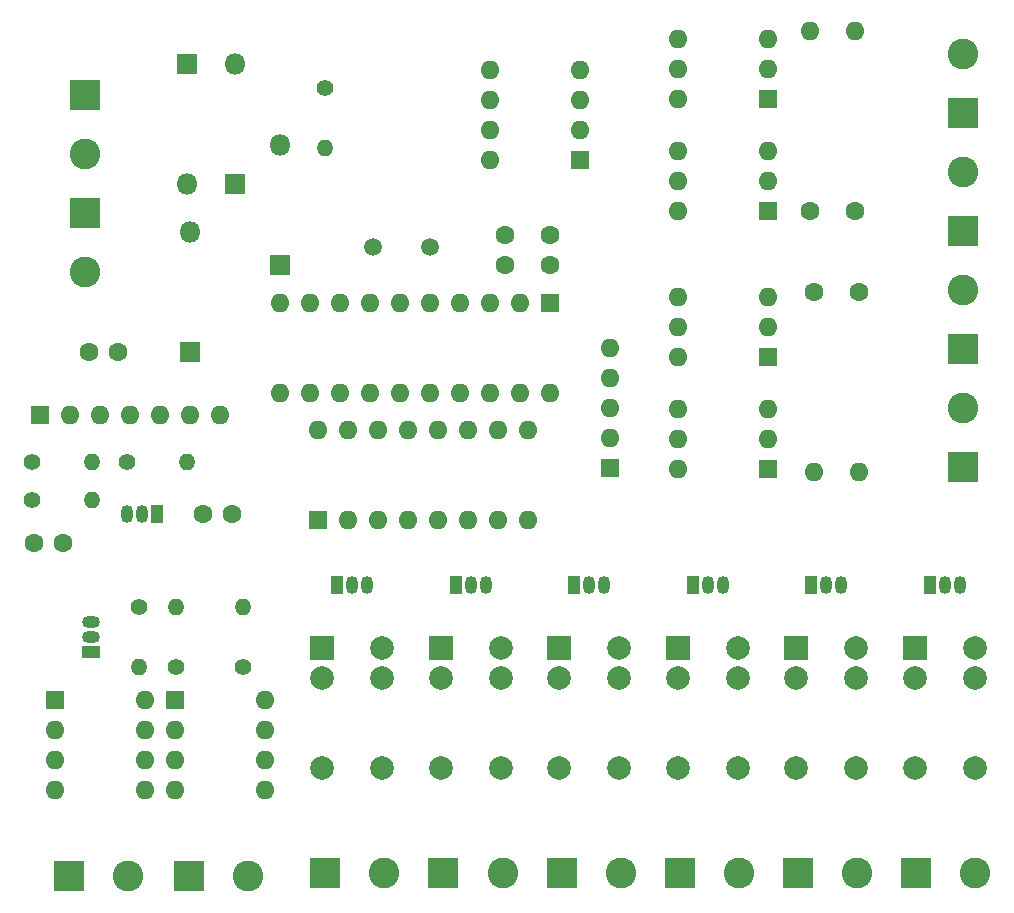
<source format=gbr>
%TF.GenerationSoftware,KiCad,Pcbnew,6.0.7*%
%TF.CreationDate,2022-09-29T13:58:53+02:00*%
%TF.ProjectId,HP_device,48505f64-6576-4696-9365-2e6b69636164,rev?*%
%TF.SameCoordinates,Original*%
%TF.FileFunction,Soldermask,Top*%
%TF.FilePolarity,Negative*%
%FSLAX46Y46*%
G04 Gerber Fmt 4.6, Leading zero omitted, Abs format (unit mm)*
G04 Created by KiCad (PCBNEW 6.0.7) date 2022-09-29 13:58:53*
%MOMM*%
%LPD*%
G01*
G04 APERTURE LIST*
%ADD10R,1.600000X1.600000*%
%ADD11O,1.600000X1.600000*%
%ADD12C,1.600000*%
%ADD13O,1.800000X1.800000*%
%ADD14R,1.800000X1.800000*%
%ADD15C,2.600000*%
%ADD16R,2.600000X2.600000*%
%ADD17O,1.400000X1.400000*%
%ADD18C,1.400000*%
%ADD19R,2.000000X2.000000*%
%ADD20C,2.000000*%
%ADD21R,1.500000X1.050000*%
%ADD22O,1.500000X1.050000*%
%ADD23O,1.050000X1.500000*%
%ADD24R,1.050000X1.500000*%
%ADD25C,1.500000*%
G04 APERTURE END LIST*
D10*
%TO.C,U7*%
X89535000Y-61722000D03*
D11*
X89535000Y-59182000D03*
X89535000Y-56642000D03*
X81915000Y-56642000D03*
X81915000Y-59182000D03*
X81915000Y-61722000D03*
%TD*%
D12*
%TO.C,C3*%
X32044000Y-51816000D03*
X34544000Y-51816000D03*
%TD*%
D13*
%TO.C,D1*%
X40640000Y-41656000D03*
D14*
X40640000Y-51816000D03*
%TD*%
D13*
%TO.C,D2*%
X40386000Y-37592000D03*
D14*
X40386000Y-27432000D03*
%TD*%
D13*
%TO.C,D3*%
X48260000Y-34290000D03*
D14*
X48260000Y-44450000D03*
%TD*%
D15*
%TO.C,J1*%
X31750000Y-35000000D03*
D16*
X31750000Y-30000000D03*
%TD*%
D15*
%TO.C,J2*%
X31750000Y-45000000D03*
D16*
X31750000Y-40000000D03*
%TD*%
D11*
%TO.C,U5*%
X66040000Y-35560000D03*
X66040000Y-33020000D03*
X66040000Y-30480000D03*
X66040000Y-27940000D03*
X73660000Y-27940000D03*
X73660000Y-30480000D03*
X73660000Y-33020000D03*
D10*
X73660000Y-35560000D03*
%TD*%
D17*
%TO.C,R8*%
X52070000Y-34544000D03*
D18*
X52070000Y-29464000D03*
%TD*%
D13*
%TO.C,D4*%
X44450000Y-27432000D03*
D14*
X44450000Y-37592000D03*
%TD*%
D12*
%TO.C,C1*%
X67310000Y-44410000D03*
X67310000Y-41910000D03*
%TD*%
%TO.C,C2*%
X71120000Y-44410000D03*
X71120000Y-41910000D03*
%TD*%
D15*
%TO.C,J3*%
X106045000Y-46515000D03*
D16*
X106045000Y-51515000D03*
%TD*%
D15*
%TO.C,J4*%
X106045000Y-56515000D03*
D16*
X106045000Y-61515000D03*
%TD*%
D15*
%TO.C,J5*%
X106045000Y-36515000D03*
D16*
X106045000Y-41515000D03*
%TD*%
D15*
%TO.C,J6*%
X106045000Y-26515000D03*
D16*
X106045000Y-31515000D03*
%TD*%
%TO.C,J7*%
X30395000Y-96135000D03*
D15*
X35395000Y-96135000D03*
%TD*%
D16*
%TO.C,J8*%
X40555000Y-96135000D03*
D15*
X45555000Y-96135000D03*
%TD*%
D16*
%TO.C,J9*%
X52070000Y-95885000D03*
D15*
X57070000Y-95885000D03*
%TD*%
D16*
%TO.C,J10*%
X62070000Y-95885000D03*
D15*
X67070000Y-95885000D03*
%TD*%
D16*
%TO.C,J11*%
X72070000Y-95885000D03*
D15*
X77070000Y-95885000D03*
%TD*%
D16*
%TO.C,J12*%
X82070000Y-95885000D03*
D15*
X87070000Y-95885000D03*
%TD*%
D16*
%TO.C,J13*%
X92070000Y-95885000D03*
D15*
X97070000Y-95885000D03*
%TD*%
D16*
%TO.C,J14*%
X102070000Y-95885000D03*
D15*
X107070000Y-95885000D03*
%TD*%
D19*
%TO.C,K1*%
X51825000Y-76835000D03*
D20*
X51825000Y-79375000D03*
X51825000Y-86995000D03*
X56905000Y-86995000D03*
X56905000Y-79375000D03*
X56905000Y-76835000D03*
%TD*%
D19*
%TO.C,K2*%
X61858000Y-76835000D03*
D20*
X61858000Y-79375000D03*
X61858000Y-86995000D03*
X66938000Y-86995000D03*
X66938000Y-79375000D03*
X66938000Y-76835000D03*
%TD*%
D19*
%TO.C,K3*%
X71891000Y-76835000D03*
D20*
X71891000Y-79375000D03*
X71891000Y-86995000D03*
X76971000Y-86995000D03*
X76971000Y-79375000D03*
X76971000Y-76835000D03*
%TD*%
D19*
%TO.C,K4*%
X81924000Y-76835000D03*
D20*
X81924000Y-79375000D03*
X81924000Y-86995000D03*
X87004000Y-86995000D03*
X87004000Y-79375000D03*
X87004000Y-76835000D03*
%TD*%
D19*
%TO.C,K5*%
X91957000Y-76835000D03*
D20*
X91957000Y-79375000D03*
X91957000Y-86995000D03*
X97037000Y-86995000D03*
X97037000Y-79375000D03*
X97037000Y-76835000D03*
%TD*%
D19*
%TO.C,K6*%
X101990000Y-76835000D03*
D20*
X101990000Y-79375000D03*
X101990000Y-86995000D03*
X107070000Y-86995000D03*
X107070000Y-79375000D03*
X107070000Y-76835000D03*
%TD*%
D21*
%TO.C,Q1*%
X32227500Y-77216000D03*
D22*
X32227500Y-75946000D03*
X32227500Y-74676000D03*
%TD*%
D23*
%TO.C,Q2*%
X55635000Y-71480000D03*
X54365000Y-71480000D03*
D24*
X53095000Y-71480000D03*
%TD*%
%TO.C,Q3*%
X63128000Y-71480000D03*
D23*
X64398000Y-71480000D03*
X65668000Y-71480000D03*
%TD*%
D24*
%TO.C,Q4*%
X73161000Y-71480000D03*
D23*
X74431000Y-71480000D03*
X75701000Y-71480000D03*
%TD*%
D24*
%TO.C,Q5*%
X83194000Y-71480000D03*
D23*
X84464000Y-71480000D03*
X85734000Y-71480000D03*
%TD*%
D24*
%TO.C,Q6*%
X93227000Y-71480000D03*
D23*
X94497000Y-71480000D03*
X95767000Y-71480000D03*
%TD*%
D24*
%TO.C,Q7*%
X103260000Y-71480000D03*
D23*
X104530000Y-71480000D03*
X105800000Y-71480000D03*
%TD*%
D18*
%TO.C,R1*%
X36322000Y-73406000D03*
D17*
X36322000Y-78486000D03*
%TD*%
D12*
%TO.C,R2*%
X93472000Y-46736000D03*
D11*
X93472000Y-61976000D03*
%TD*%
%TO.C,R3*%
X97282000Y-61976000D03*
D12*
X97282000Y-46736000D03*
%TD*%
D11*
%TO.C,R4*%
X93095000Y-24630000D03*
D12*
X93095000Y-39870000D03*
%TD*%
D11*
%TO.C,R5*%
X96905000Y-24630000D03*
D12*
X96905000Y-39870000D03*
%TD*%
D18*
%TO.C,R6*%
X45075500Y-78486000D03*
D17*
X45075500Y-73406000D03*
%TD*%
D18*
%TO.C,R7*%
X39456500Y-78486000D03*
D17*
X39456500Y-73406000D03*
%TD*%
D10*
%TO.C,RN1*%
X76200000Y-61595000D03*
D11*
X76200000Y-59055000D03*
X76200000Y-56515000D03*
X76200000Y-53975000D03*
X76200000Y-51435000D03*
%TD*%
D10*
%TO.C,U1*%
X71120000Y-47625000D03*
D11*
X68580000Y-47625000D03*
X66040000Y-47625000D03*
X63500000Y-47625000D03*
X60960000Y-47625000D03*
X58420000Y-47625000D03*
X55880000Y-47625000D03*
X53340000Y-47625000D03*
X50800000Y-47625000D03*
X48260000Y-47625000D03*
X48260000Y-55245000D03*
X50800000Y-55245000D03*
X53340000Y-55245000D03*
X55880000Y-55245000D03*
X58420000Y-55245000D03*
X60960000Y-55245000D03*
X63500000Y-55245000D03*
X66040000Y-55245000D03*
X68580000Y-55245000D03*
X71120000Y-55245000D03*
%TD*%
D10*
%TO.C,U2*%
X29210000Y-81225000D03*
D11*
X29210000Y-83765000D03*
X29210000Y-86305000D03*
X29210000Y-88845000D03*
X36830000Y-88845000D03*
X36830000Y-86305000D03*
X36830000Y-83765000D03*
X36830000Y-81225000D03*
%TD*%
%TO.C,U3*%
X46990000Y-81225000D03*
X46990000Y-83765000D03*
X46990000Y-86305000D03*
X46990000Y-88845000D03*
X39370000Y-88845000D03*
X39370000Y-86305000D03*
X39370000Y-83765000D03*
D10*
X39370000Y-81225000D03*
%TD*%
%TO.C,U4*%
X51435000Y-66040000D03*
D11*
X53975000Y-66040000D03*
X56515000Y-66040000D03*
X59055000Y-66040000D03*
X61595000Y-66040000D03*
X64135000Y-66040000D03*
X66675000Y-66040000D03*
X69215000Y-66040000D03*
X69215000Y-58420000D03*
X66675000Y-58420000D03*
X64135000Y-58420000D03*
X61595000Y-58420000D03*
X59055000Y-58420000D03*
X56515000Y-58420000D03*
X53975000Y-58420000D03*
X51435000Y-58420000D03*
%TD*%
%TO.C,U6*%
X81915000Y-52197000D03*
X81915000Y-49657000D03*
X81915000Y-47117000D03*
X89535000Y-47117000D03*
X89535000Y-49657000D03*
D10*
X89535000Y-52197000D03*
%TD*%
D11*
%TO.C,U8*%
X81915000Y-39850000D03*
X81915000Y-37310000D03*
X81915000Y-34770000D03*
X89535000Y-34770000D03*
X89535000Y-37310000D03*
D10*
X89535000Y-39850000D03*
%TD*%
D11*
%TO.C,U9*%
X81915000Y-30325000D03*
X81915000Y-27785000D03*
X81915000Y-25245000D03*
X89535000Y-25245000D03*
X89535000Y-27785000D03*
D10*
X89535000Y-30325000D03*
%TD*%
D25*
%TO.C,Y1*%
X56080000Y-42926000D03*
X60960000Y-42926000D03*
%TD*%
D12*
%TO.C,C4*%
X44196000Y-65532000D03*
X41696000Y-65532000D03*
%TD*%
%TO.C,C5*%
X27370000Y-67920000D03*
X29870000Y-67920000D03*
%TD*%
D18*
%TO.C,R10*%
X27270000Y-64270000D03*
D17*
X32350000Y-64270000D03*
%TD*%
D24*
%TO.C,Q8*%
X37846000Y-65532000D03*
D23*
X36576000Y-65532000D03*
X35306000Y-65532000D03*
%TD*%
D18*
%TO.C,R9*%
X27270000Y-61120000D03*
D17*
X32350000Y-61120000D03*
%TD*%
D10*
%TO.C,U10*%
X27940000Y-57150000D03*
D11*
X30480000Y-57150000D03*
X33020000Y-57150000D03*
X35560000Y-57150000D03*
X38100000Y-57150000D03*
X40640000Y-57150000D03*
X43180000Y-57150000D03*
%TD*%
D18*
%TO.C,R11*%
X35300000Y-61120000D03*
D17*
X40380000Y-61120000D03*
%TD*%
M02*

</source>
